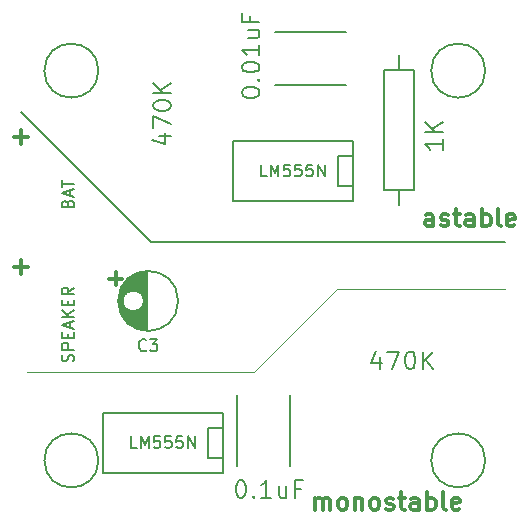
<source format=gto>
G04 #@! TF.FileFunction,Legend,Top*
%FSLAX46Y46*%
G04 Gerber Fmt 4.6, Leading zero omitted, Abs format (unit mm)*
G04 Created by KiCad (PCBNEW (2015-11-24 BZR 6329)-product) date Sat 09 Jan 2016 01:49:53 PM EST*
%MOMM*%
G01*
G04 APERTURE LIST*
%ADD10C,0.100000*%
%ADD11C,0.300000*%
%ADD12C,0.200000*%
%ADD13C,0.150000*%
G04 APERTURE END LIST*
D10*
X211750000Y-109000000D02*
X192500000Y-109000000D01*
X218750000Y-102000000D02*
X211750000Y-109000000D01*
X233000000Y-102000000D02*
X218750000Y-102000000D01*
D11*
X199428572Y-101107143D02*
X200571429Y-101107143D01*
X200000000Y-101678571D02*
X200000000Y-100535714D01*
X226892857Y-96678571D02*
X226892857Y-95892857D01*
X226821428Y-95750000D01*
X226678571Y-95678571D01*
X226392857Y-95678571D01*
X226250000Y-95750000D01*
X226892857Y-96607143D02*
X226750000Y-96678571D01*
X226392857Y-96678571D01*
X226250000Y-96607143D01*
X226178571Y-96464286D01*
X226178571Y-96321429D01*
X226250000Y-96178571D01*
X226392857Y-96107143D01*
X226750000Y-96107143D01*
X226892857Y-96035714D01*
X227535714Y-96607143D02*
X227678571Y-96678571D01*
X227964286Y-96678571D01*
X228107143Y-96607143D01*
X228178571Y-96464286D01*
X228178571Y-96392857D01*
X228107143Y-96250000D01*
X227964286Y-96178571D01*
X227750000Y-96178571D01*
X227607143Y-96107143D01*
X227535714Y-95964286D01*
X227535714Y-95892857D01*
X227607143Y-95750000D01*
X227750000Y-95678571D01*
X227964286Y-95678571D01*
X228107143Y-95750000D01*
X228607143Y-95678571D02*
X229178572Y-95678571D01*
X228821429Y-95178571D02*
X228821429Y-96464286D01*
X228892857Y-96607143D01*
X229035715Y-96678571D01*
X229178572Y-96678571D01*
X230321429Y-96678571D02*
X230321429Y-95892857D01*
X230250000Y-95750000D01*
X230107143Y-95678571D01*
X229821429Y-95678571D01*
X229678572Y-95750000D01*
X230321429Y-96607143D02*
X230178572Y-96678571D01*
X229821429Y-96678571D01*
X229678572Y-96607143D01*
X229607143Y-96464286D01*
X229607143Y-96321429D01*
X229678572Y-96178571D01*
X229821429Y-96107143D01*
X230178572Y-96107143D01*
X230321429Y-96035714D01*
X231035715Y-96678571D02*
X231035715Y-95178571D01*
X231035715Y-95750000D02*
X231178572Y-95678571D01*
X231464286Y-95678571D01*
X231607143Y-95750000D01*
X231678572Y-95821429D01*
X231750001Y-95964286D01*
X231750001Y-96392857D01*
X231678572Y-96535714D01*
X231607143Y-96607143D01*
X231464286Y-96678571D01*
X231178572Y-96678571D01*
X231035715Y-96607143D01*
X232607144Y-96678571D02*
X232464286Y-96607143D01*
X232392858Y-96464286D01*
X232392858Y-95178571D01*
X233750000Y-96607143D02*
X233607143Y-96678571D01*
X233321429Y-96678571D01*
X233178572Y-96607143D01*
X233107143Y-96464286D01*
X233107143Y-95892857D01*
X233178572Y-95750000D01*
X233321429Y-95678571D01*
X233607143Y-95678571D01*
X233750000Y-95750000D01*
X233821429Y-95892857D01*
X233821429Y-96035714D01*
X233107143Y-96178571D01*
X216892857Y-120678571D02*
X216892857Y-119678571D01*
X216892857Y-119821429D02*
X216964285Y-119750000D01*
X217107143Y-119678571D01*
X217321428Y-119678571D01*
X217464285Y-119750000D01*
X217535714Y-119892857D01*
X217535714Y-120678571D01*
X217535714Y-119892857D02*
X217607143Y-119750000D01*
X217750000Y-119678571D01*
X217964285Y-119678571D01*
X218107143Y-119750000D01*
X218178571Y-119892857D01*
X218178571Y-120678571D01*
X219107143Y-120678571D02*
X218964285Y-120607143D01*
X218892857Y-120535714D01*
X218821428Y-120392857D01*
X218821428Y-119964286D01*
X218892857Y-119821429D01*
X218964285Y-119750000D01*
X219107143Y-119678571D01*
X219321428Y-119678571D01*
X219464285Y-119750000D01*
X219535714Y-119821429D01*
X219607143Y-119964286D01*
X219607143Y-120392857D01*
X219535714Y-120535714D01*
X219464285Y-120607143D01*
X219321428Y-120678571D01*
X219107143Y-120678571D01*
X220250000Y-119678571D02*
X220250000Y-120678571D01*
X220250000Y-119821429D02*
X220321428Y-119750000D01*
X220464286Y-119678571D01*
X220678571Y-119678571D01*
X220821428Y-119750000D01*
X220892857Y-119892857D01*
X220892857Y-120678571D01*
X221821429Y-120678571D02*
X221678571Y-120607143D01*
X221607143Y-120535714D01*
X221535714Y-120392857D01*
X221535714Y-119964286D01*
X221607143Y-119821429D01*
X221678571Y-119750000D01*
X221821429Y-119678571D01*
X222035714Y-119678571D01*
X222178571Y-119750000D01*
X222250000Y-119821429D01*
X222321429Y-119964286D01*
X222321429Y-120392857D01*
X222250000Y-120535714D01*
X222178571Y-120607143D01*
X222035714Y-120678571D01*
X221821429Y-120678571D01*
X222892857Y-120607143D02*
X223035714Y-120678571D01*
X223321429Y-120678571D01*
X223464286Y-120607143D01*
X223535714Y-120464286D01*
X223535714Y-120392857D01*
X223464286Y-120250000D01*
X223321429Y-120178571D01*
X223107143Y-120178571D01*
X222964286Y-120107143D01*
X222892857Y-119964286D01*
X222892857Y-119892857D01*
X222964286Y-119750000D01*
X223107143Y-119678571D01*
X223321429Y-119678571D01*
X223464286Y-119750000D01*
X223964286Y-119678571D02*
X224535715Y-119678571D01*
X224178572Y-119178571D02*
X224178572Y-120464286D01*
X224250000Y-120607143D01*
X224392858Y-120678571D01*
X224535715Y-120678571D01*
X225678572Y-120678571D02*
X225678572Y-119892857D01*
X225607143Y-119750000D01*
X225464286Y-119678571D01*
X225178572Y-119678571D01*
X225035715Y-119750000D01*
X225678572Y-120607143D02*
X225535715Y-120678571D01*
X225178572Y-120678571D01*
X225035715Y-120607143D01*
X224964286Y-120464286D01*
X224964286Y-120321429D01*
X225035715Y-120178571D01*
X225178572Y-120107143D01*
X225535715Y-120107143D01*
X225678572Y-120035714D01*
X226392858Y-120678571D02*
X226392858Y-119178571D01*
X226392858Y-119750000D02*
X226535715Y-119678571D01*
X226821429Y-119678571D01*
X226964286Y-119750000D01*
X227035715Y-119821429D01*
X227107144Y-119964286D01*
X227107144Y-120392857D01*
X227035715Y-120535714D01*
X226964286Y-120607143D01*
X226821429Y-120678571D01*
X226535715Y-120678571D01*
X226392858Y-120607143D01*
X227964287Y-120678571D02*
X227821429Y-120607143D01*
X227750001Y-120464286D01*
X227750001Y-119178571D01*
X229107143Y-120607143D02*
X228964286Y-120678571D01*
X228678572Y-120678571D01*
X228535715Y-120607143D01*
X228464286Y-120464286D01*
X228464286Y-119892857D01*
X228535715Y-119750000D01*
X228678572Y-119678571D01*
X228964286Y-119678571D01*
X229107143Y-119750000D01*
X229178572Y-119892857D01*
X229178572Y-120035714D01*
X228464286Y-120178571D01*
X191428572Y-100107143D02*
X192571429Y-100107143D01*
X192000000Y-100678571D02*
X192000000Y-99535714D01*
X191428572Y-89107143D02*
X192571429Y-89107143D01*
X192000000Y-89678571D02*
X192000000Y-88535714D01*
D12*
X203000000Y-98000000D02*
X207500000Y-98000000D01*
X192000000Y-87000000D02*
X203000000Y-98000000D01*
X233000000Y-98000000D02*
X207500000Y-98000000D01*
D13*
X209080000Y-116270000D02*
X207810000Y-116270000D01*
X207810000Y-116270000D02*
X207810000Y-113730000D01*
X207810000Y-113730000D02*
X209080000Y-113730000D01*
X209080000Y-117540000D02*
X198920000Y-117540000D01*
X198920000Y-117540000D02*
X198920000Y-112460000D01*
X198920000Y-112460000D02*
X209080000Y-112460000D01*
X209080000Y-112460000D02*
X209080000Y-117540000D01*
X220080000Y-93270000D02*
X218810000Y-93270000D01*
X218810000Y-93270000D02*
X218810000Y-90730000D01*
X218810000Y-90730000D02*
X220080000Y-90730000D01*
X220080000Y-94540000D02*
X209920000Y-94540000D01*
X209920000Y-94540000D02*
X209920000Y-89460000D01*
X209920000Y-89460000D02*
X220080000Y-89460000D01*
X220080000Y-89460000D02*
X220080000Y-94540000D01*
X213500000Y-80250000D02*
X219500000Y-80250000D01*
X219500000Y-84750000D02*
X213500000Y-84750000D01*
X210250000Y-117000000D02*
X210250000Y-111000000D01*
X214750000Y-111000000D02*
X214750000Y-117000000D01*
X222730000Y-93580000D02*
X225270000Y-93580000D01*
X225270000Y-93580000D02*
X225270000Y-83420000D01*
X225270000Y-83420000D02*
X222730000Y-83420000D01*
X222730000Y-83420000D02*
X222730000Y-93580000D01*
X224000000Y-82150000D02*
X224000000Y-83420000D01*
X224000000Y-94850000D02*
X224000000Y-93580000D01*
X202675000Y-105499000D02*
X202675000Y-100501000D01*
X202535000Y-105491000D02*
X202535000Y-100509000D01*
X202395000Y-105475000D02*
X202395000Y-103095000D01*
X202395000Y-102905000D02*
X202395000Y-100525000D01*
X202255000Y-105451000D02*
X202255000Y-103490000D01*
X202255000Y-102510000D02*
X202255000Y-100549000D01*
X202115000Y-105418000D02*
X202115000Y-103657000D01*
X202115000Y-102343000D02*
X202115000Y-100582000D01*
X201975000Y-105377000D02*
X201975000Y-103764000D01*
X201975000Y-102236000D02*
X201975000Y-100623000D01*
X201835000Y-105327000D02*
X201835000Y-103835000D01*
X201835000Y-102165000D02*
X201835000Y-100673000D01*
X201695000Y-105266000D02*
X201695000Y-103879000D01*
X201695000Y-102121000D02*
X201695000Y-100734000D01*
X201555000Y-105196000D02*
X201555000Y-103898000D01*
X201555000Y-102102000D02*
X201555000Y-100804000D01*
X201415000Y-105114000D02*
X201415000Y-103896000D01*
X201415000Y-102104000D02*
X201415000Y-100886000D01*
X201275000Y-105019000D02*
X201275000Y-103871000D01*
X201275000Y-102129000D02*
X201275000Y-100981000D01*
X201135000Y-104908000D02*
X201135000Y-103823000D01*
X201135000Y-102177000D02*
X201135000Y-101092000D01*
X200995000Y-104780000D02*
X200995000Y-103745000D01*
X200995000Y-102255000D02*
X200995000Y-101220000D01*
X200855000Y-104631000D02*
X200855000Y-103628000D01*
X200855000Y-102372000D02*
X200855000Y-101369000D01*
X200715000Y-104452000D02*
X200715000Y-103440000D01*
X200715000Y-102560000D02*
X200715000Y-101548000D01*
X200575000Y-104233000D02*
X200575000Y-101767000D01*
X200435000Y-103944000D02*
X200435000Y-102056000D01*
X200295000Y-103472000D02*
X200295000Y-102528000D01*
X202400000Y-103000000D02*
G75*
G03X202400000Y-103000000I-900000J0D01*
G01*
X205287500Y-103000000D02*
G75*
G03X205287500Y-103000000I-2537500J0D01*
G01*
X198536000Y-83500000D02*
G75*
G03X198536000Y-83500000I-2286000J0D01*
G01*
X231286000Y-83500000D02*
G75*
G03X231286000Y-83500000I-2286000J0D01*
G01*
X198536000Y-116500000D02*
G75*
G03X198536000Y-116500000I-2286000J0D01*
G01*
X231286000Y-116500000D02*
G75*
G03X231286000Y-116500000I-2286000J0D01*
G01*
X195928571Y-94738095D02*
X195976190Y-94595238D01*
X196023810Y-94547619D01*
X196119048Y-94500000D01*
X196261905Y-94500000D01*
X196357143Y-94547619D01*
X196404762Y-94595238D01*
X196452381Y-94690476D01*
X196452381Y-95071429D01*
X195452381Y-95071429D01*
X195452381Y-94738095D01*
X195500000Y-94642857D01*
X195547619Y-94595238D01*
X195642857Y-94547619D01*
X195738095Y-94547619D01*
X195833333Y-94595238D01*
X195880952Y-94642857D01*
X195928571Y-94738095D01*
X195928571Y-95071429D01*
X196166667Y-94119048D02*
X196166667Y-93642857D01*
X196452381Y-94214286D02*
X195452381Y-93880953D01*
X196452381Y-93547619D01*
X195452381Y-93357143D02*
X195452381Y-92785714D01*
X196452381Y-93071429D02*
X195452381Y-93071429D01*
X196404762Y-108119048D02*
X196452381Y-107976191D01*
X196452381Y-107738095D01*
X196404762Y-107642857D01*
X196357143Y-107595238D01*
X196261905Y-107547619D01*
X196166667Y-107547619D01*
X196071429Y-107595238D01*
X196023810Y-107642857D01*
X195976190Y-107738095D01*
X195928571Y-107928572D01*
X195880952Y-108023810D01*
X195833333Y-108071429D01*
X195738095Y-108119048D01*
X195642857Y-108119048D01*
X195547619Y-108071429D01*
X195500000Y-108023810D01*
X195452381Y-107928572D01*
X195452381Y-107690476D01*
X195500000Y-107547619D01*
X196452381Y-107119048D02*
X195452381Y-107119048D01*
X195452381Y-106738095D01*
X195500000Y-106642857D01*
X195547619Y-106595238D01*
X195642857Y-106547619D01*
X195785714Y-106547619D01*
X195880952Y-106595238D01*
X195928571Y-106642857D01*
X195976190Y-106738095D01*
X195976190Y-107119048D01*
X195928571Y-106119048D02*
X195928571Y-105785714D01*
X196452381Y-105642857D02*
X196452381Y-106119048D01*
X195452381Y-106119048D01*
X195452381Y-105642857D01*
X196166667Y-105261905D02*
X196166667Y-104785714D01*
X196452381Y-105357143D02*
X195452381Y-105023810D01*
X196452381Y-104690476D01*
X196452381Y-104357143D02*
X195452381Y-104357143D01*
X196452381Y-103785714D02*
X195880952Y-104214286D01*
X195452381Y-103785714D02*
X196023810Y-104357143D01*
X195928571Y-103357143D02*
X195928571Y-103023809D01*
X196452381Y-102880952D02*
X196452381Y-103357143D01*
X195452381Y-103357143D01*
X195452381Y-102880952D01*
X196452381Y-101880952D02*
X195976190Y-102214286D01*
X196452381Y-102452381D02*
X195452381Y-102452381D01*
X195452381Y-102071428D01*
X195500000Y-101976190D01*
X195547619Y-101928571D01*
X195642857Y-101880952D01*
X195785714Y-101880952D01*
X195880952Y-101928571D01*
X195928571Y-101976190D01*
X195976190Y-102071428D01*
X195976190Y-102452381D01*
X201785715Y-115452381D02*
X201309524Y-115452381D01*
X201309524Y-114452381D01*
X202119048Y-115452381D02*
X202119048Y-114452381D01*
X202452382Y-115166667D01*
X202785715Y-114452381D01*
X202785715Y-115452381D01*
X203738096Y-114452381D02*
X203261905Y-114452381D01*
X203214286Y-114928571D01*
X203261905Y-114880952D01*
X203357143Y-114833333D01*
X203595239Y-114833333D01*
X203690477Y-114880952D01*
X203738096Y-114928571D01*
X203785715Y-115023810D01*
X203785715Y-115261905D01*
X203738096Y-115357143D01*
X203690477Y-115404762D01*
X203595239Y-115452381D01*
X203357143Y-115452381D01*
X203261905Y-115404762D01*
X203214286Y-115357143D01*
X204690477Y-114452381D02*
X204214286Y-114452381D01*
X204166667Y-114928571D01*
X204214286Y-114880952D01*
X204309524Y-114833333D01*
X204547620Y-114833333D01*
X204642858Y-114880952D01*
X204690477Y-114928571D01*
X204738096Y-115023810D01*
X204738096Y-115261905D01*
X204690477Y-115357143D01*
X204642858Y-115404762D01*
X204547620Y-115452381D01*
X204309524Y-115452381D01*
X204214286Y-115404762D01*
X204166667Y-115357143D01*
X205642858Y-114452381D02*
X205166667Y-114452381D01*
X205119048Y-114928571D01*
X205166667Y-114880952D01*
X205261905Y-114833333D01*
X205500001Y-114833333D01*
X205595239Y-114880952D01*
X205642858Y-114928571D01*
X205690477Y-115023810D01*
X205690477Y-115261905D01*
X205642858Y-115357143D01*
X205595239Y-115404762D01*
X205500001Y-115452381D01*
X205261905Y-115452381D01*
X205166667Y-115404762D01*
X205119048Y-115357143D01*
X206119048Y-115452381D02*
X206119048Y-114452381D01*
X206690477Y-115452381D01*
X206690477Y-114452381D01*
X212785715Y-92452381D02*
X212309524Y-92452381D01*
X212309524Y-91452381D01*
X213119048Y-92452381D02*
X213119048Y-91452381D01*
X213452382Y-92166667D01*
X213785715Y-91452381D01*
X213785715Y-92452381D01*
X214738096Y-91452381D02*
X214261905Y-91452381D01*
X214214286Y-91928571D01*
X214261905Y-91880952D01*
X214357143Y-91833333D01*
X214595239Y-91833333D01*
X214690477Y-91880952D01*
X214738096Y-91928571D01*
X214785715Y-92023810D01*
X214785715Y-92261905D01*
X214738096Y-92357143D01*
X214690477Y-92404762D01*
X214595239Y-92452381D01*
X214357143Y-92452381D01*
X214261905Y-92404762D01*
X214214286Y-92357143D01*
X215690477Y-91452381D02*
X215214286Y-91452381D01*
X215166667Y-91928571D01*
X215214286Y-91880952D01*
X215309524Y-91833333D01*
X215547620Y-91833333D01*
X215642858Y-91880952D01*
X215690477Y-91928571D01*
X215738096Y-92023810D01*
X215738096Y-92261905D01*
X215690477Y-92357143D01*
X215642858Y-92404762D01*
X215547620Y-92452381D01*
X215309524Y-92452381D01*
X215214286Y-92404762D01*
X215166667Y-92357143D01*
X216642858Y-91452381D02*
X216166667Y-91452381D01*
X216119048Y-91928571D01*
X216166667Y-91880952D01*
X216261905Y-91833333D01*
X216500001Y-91833333D01*
X216595239Y-91880952D01*
X216642858Y-91928571D01*
X216690477Y-92023810D01*
X216690477Y-92261905D01*
X216642858Y-92357143D01*
X216595239Y-92404762D01*
X216500001Y-92452381D01*
X216261905Y-92452381D01*
X216166667Y-92404762D01*
X216119048Y-92357143D01*
X217119048Y-92452381D02*
X217119048Y-91452381D01*
X217690477Y-92452381D01*
X217690477Y-91452381D01*
X210678571Y-85428571D02*
X210678571Y-85285714D01*
X210750000Y-85142857D01*
X210821429Y-85071428D01*
X210964286Y-84999999D01*
X211250000Y-84928571D01*
X211607143Y-84928571D01*
X211892857Y-84999999D01*
X212035714Y-85071428D01*
X212107143Y-85142857D01*
X212178571Y-85285714D01*
X212178571Y-85428571D01*
X212107143Y-85571428D01*
X212035714Y-85642857D01*
X211892857Y-85714285D01*
X211607143Y-85785714D01*
X211250000Y-85785714D01*
X210964286Y-85714285D01*
X210821429Y-85642857D01*
X210750000Y-85571428D01*
X210678571Y-85428571D01*
X212035714Y-84285714D02*
X212107143Y-84214286D01*
X212178571Y-84285714D01*
X212107143Y-84357143D01*
X212035714Y-84285714D01*
X212178571Y-84285714D01*
X210678571Y-83285714D02*
X210678571Y-83142857D01*
X210750000Y-83000000D01*
X210821429Y-82928571D01*
X210964286Y-82857142D01*
X211250000Y-82785714D01*
X211607143Y-82785714D01*
X211892857Y-82857142D01*
X212035714Y-82928571D01*
X212107143Y-83000000D01*
X212178571Y-83142857D01*
X212178571Y-83285714D01*
X212107143Y-83428571D01*
X212035714Y-83500000D01*
X211892857Y-83571428D01*
X211607143Y-83642857D01*
X211250000Y-83642857D01*
X210964286Y-83571428D01*
X210821429Y-83500000D01*
X210750000Y-83428571D01*
X210678571Y-83285714D01*
X212178571Y-81357143D02*
X212178571Y-82214286D01*
X212178571Y-81785714D02*
X210678571Y-81785714D01*
X210892857Y-81928571D01*
X211035714Y-82071429D01*
X211107143Y-82214286D01*
X211178571Y-80071429D02*
X212178571Y-80071429D01*
X211178571Y-80714286D02*
X211964286Y-80714286D01*
X212107143Y-80642858D01*
X212178571Y-80500000D01*
X212178571Y-80285715D01*
X212107143Y-80142858D01*
X212035714Y-80071429D01*
X211392857Y-78857143D02*
X211392857Y-79357143D01*
X212178571Y-79357143D02*
X210678571Y-79357143D01*
X210678571Y-78642857D01*
X210535715Y-118178571D02*
X210678572Y-118178571D01*
X210821429Y-118250000D01*
X210892858Y-118321429D01*
X210964287Y-118464286D01*
X211035715Y-118750000D01*
X211035715Y-119107143D01*
X210964287Y-119392857D01*
X210892858Y-119535714D01*
X210821429Y-119607143D01*
X210678572Y-119678571D01*
X210535715Y-119678571D01*
X210392858Y-119607143D01*
X210321429Y-119535714D01*
X210250001Y-119392857D01*
X210178572Y-119107143D01*
X210178572Y-118750000D01*
X210250001Y-118464286D01*
X210321429Y-118321429D01*
X210392858Y-118250000D01*
X210535715Y-118178571D01*
X211678572Y-119535714D02*
X211750000Y-119607143D01*
X211678572Y-119678571D01*
X211607143Y-119607143D01*
X211678572Y-119535714D01*
X211678572Y-119678571D01*
X213178572Y-119678571D02*
X212321429Y-119678571D01*
X212750001Y-119678571D02*
X212750001Y-118178571D01*
X212607144Y-118392857D01*
X212464286Y-118535714D01*
X212321429Y-118607143D01*
X214464286Y-118678571D02*
X214464286Y-119678571D01*
X213821429Y-118678571D02*
X213821429Y-119464286D01*
X213892857Y-119607143D01*
X214035715Y-119678571D01*
X214250000Y-119678571D01*
X214392857Y-119607143D01*
X214464286Y-119535714D01*
X215678572Y-118892857D02*
X215178572Y-118892857D01*
X215178572Y-119678571D02*
X215178572Y-118178571D01*
X215892858Y-118178571D01*
X227678571Y-89321428D02*
X227678571Y-90178571D01*
X227678571Y-89749999D02*
X226178571Y-89749999D01*
X226392857Y-89892856D01*
X226535714Y-90035714D01*
X226607143Y-90178571D01*
X227678571Y-88678571D02*
X226178571Y-88678571D01*
X227678571Y-87821428D02*
X226821429Y-88464285D01*
X226178571Y-87821428D02*
X227035714Y-88678571D01*
X222374911Y-107782124D02*
X222374911Y-108782124D01*
X222017768Y-107210696D02*
X221660625Y-108282124D01*
X222589197Y-108282124D01*
X223017768Y-107282124D02*
X224017768Y-107282124D01*
X223374911Y-108782124D01*
X224874910Y-107282124D02*
X225017767Y-107282124D01*
X225160624Y-107353553D01*
X225232053Y-107424982D01*
X225303482Y-107567839D01*
X225374910Y-107853553D01*
X225374910Y-108210696D01*
X225303482Y-108496410D01*
X225232053Y-108639267D01*
X225160624Y-108710696D01*
X225017767Y-108782124D01*
X224874910Y-108782124D01*
X224732053Y-108710696D01*
X224660624Y-108639267D01*
X224589196Y-108496410D01*
X224517767Y-108210696D01*
X224517767Y-107853553D01*
X224589196Y-107567839D01*
X224660624Y-107424982D01*
X224732053Y-107353553D01*
X224874910Y-107282124D01*
X226017767Y-108782124D02*
X226017767Y-107282124D01*
X226874910Y-108782124D02*
X226232053Y-107924982D01*
X226874910Y-107282124D02*
X226017767Y-108139267D01*
X203678571Y-89021536D02*
X204678571Y-89021536D01*
X203107143Y-89378679D02*
X204178571Y-89735822D01*
X204178571Y-88807250D01*
X203178571Y-88378679D02*
X203178571Y-87378679D01*
X204678571Y-88021536D01*
X203178571Y-86521537D02*
X203178571Y-86378680D01*
X203250000Y-86235823D01*
X203321429Y-86164394D01*
X203464286Y-86092965D01*
X203750000Y-86021537D01*
X204107143Y-86021537D01*
X204392857Y-86092965D01*
X204535714Y-86164394D01*
X204607143Y-86235823D01*
X204678571Y-86378680D01*
X204678571Y-86521537D01*
X204607143Y-86664394D01*
X204535714Y-86735823D01*
X204392857Y-86807251D01*
X204107143Y-86878680D01*
X203750000Y-86878680D01*
X203464286Y-86807251D01*
X203321429Y-86735823D01*
X203250000Y-86664394D01*
X203178571Y-86521537D01*
X204678571Y-85378680D02*
X203178571Y-85378680D01*
X204678571Y-84521537D02*
X203821429Y-85164394D01*
X203178571Y-84521537D02*
X204035714Y-85378680D01*
X202583334Y-107157143D02*
X202535715Y-107204762D01*
X202392858Y-107252381D01*
X202297620Y-107252381D01*
X202154762Y-107204762D01*
X202059524Y-107109524D01*
X202011905Y-107014286D01*
X201964286Y-106823810D01*
X201964286Y-106680952D01*
X202011905Y-106490476D01*
X202059524Y-106395238D01*
X202154762Y-106300000D01*
X202297620Y-106252381D01*
X202392858Y-106252381D01*
X202535715Y-106300000D01*
X202583334Y-106347619D01*
X202916667Y-106252381D02*
X203535715Y-106252381D01*
X203202381Y-106633333D01*
X203345239Y-106633333D01*
X203440477Y-106680952D01*
X203488096Y-106728571D01*
X203535715Y-106823810D01*
X203535715Y-107061905D01*
X203488096Y-107157143D01*
X203440477Y-107204762D01*
X203345239Y-107252381D01*
X203059524Y-107252381D01*
X202964286Y-107204762D01*
X202916667Y-107157143D01*
M02*

</source>
